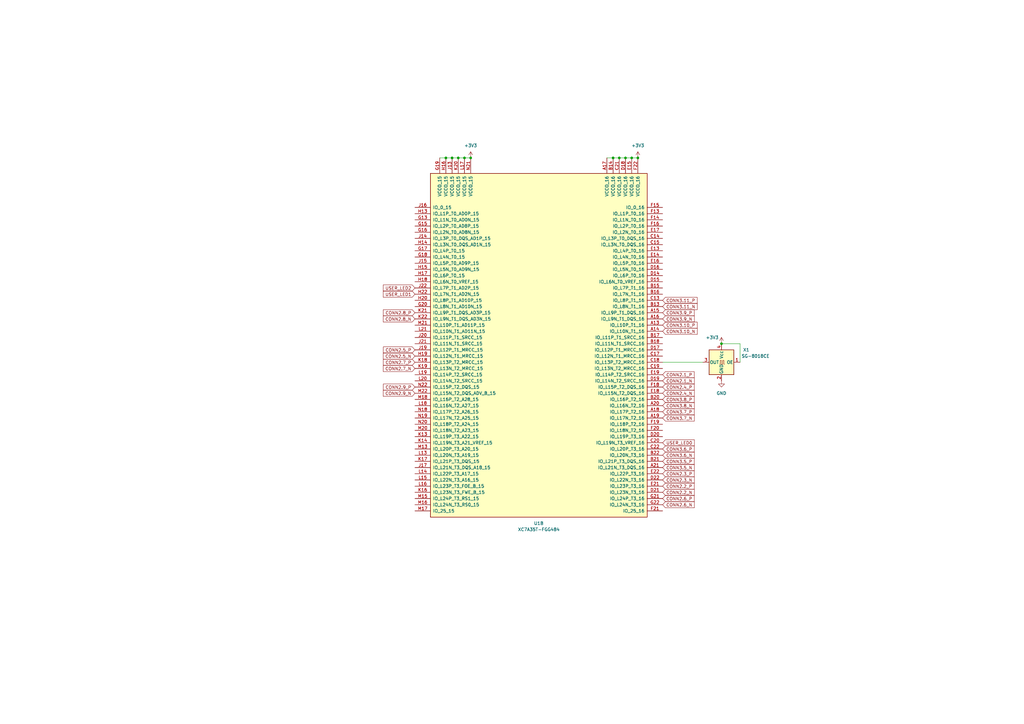
<source format=kicad_sch>
(kicad_sch (version 20230121) (generator eeschema)
  (paper "A3")
  (lib_symbols
    (symbol "FPGA_Xilinx_Artix7:XC7A35T-FGG484" (pin_names (offset 1.016))
      (property "Reference" "U" (at 0 1.27 0))
      (property "Value" "XC7A35T-FGG484" (at 0 -1.27 0))
      (symbol "XC7A35T-FGG484_1_1"
        (rectangle (start -44.45 67.31) (end 44.45 -73.66) (stroke (width 0.254)) (fill (type background)))
        (pin power_in line (at -40.64 73.66 270) (length 6.35) (name "VCCO_13") (number "AA17"))
        (pin bidirectional line (at 50.8 -30.48 180) (length 6.35) (name "IO_L17P_T2_A14_D30_14") (number "AA18"))
        (pin bidirectional line (at 50.8 -20.32 180) (length 6.35) (name "IO_L15P_T2_DQS_RDWR_B_14") (number "AA19"))
        (pin bidirectional line (at 50.8 15.24 180) (length 6.35) (name "IO_L8P_T1_D11_14") (number "AA20"))
        (pin bidirectional line (at 50.8 12.7 180) (length 6.35) (name "IO_L8N_T1_D12_14") (number "AA21"))
        (pin power_in line (at -38.1 73.66 270) (length 6.35) (name "VCCO_13") (number "AB14"))
        (pin bidirectional line (at 50.8 -33.02 180) (length 6.35) (name "IO_L17N_T2_A13_D29_14") (number "AB18"))
        (pin bidirectional line (at 50.8 -22.86 180) (length 6.35) (name "IO_L15N_T2_DQS_DOUT_CSO_B_14") (number "AB20"))
        (pin bidirectional line (at 50.8 5.08 180) (length 6.35) (name "IO_L10P_T1_D14_14") (number "AB21"))
        (pin bidirectional line (at 50.8 2.54 180) (length 6.35) (name "IO_L10N_T1_D15_14") (number "AB22"))
        (pin power_in line (at 27.94 73.66 270) (length 6.35) (name "VCCO_14") (number "M14"))
        (pin bidirectional line (at 50.8 -60.96 180) (length 6.35) (name "IO_L23P_T3_A03_D19_14") (number "N13"))
        (pin bidirectional line (at 50.8 -63.5 180) (length 6.35) (name "IO_L23N_T3_A02_D18_14") (number "N14"))
        (pin bidirectional line (at 50.8 -71.12 180) (length 6.35) (name "IO_25_14") (number "N15"))
        (pin bidirectional line (at 50.8 -50.8 180) (length 6.35) (name "IO_L21P_T3_DQS_14") (number "N17"))
        (pin bidirectional line (at 50.8 -40.64 180) (length 6.35) (name "IO_L19P_T3_A10_D26_14") (number "P14"))
        (pin bidirectional line (at 50.8 -55.88 180) (length 6.35) (name "IO_L22P_T3_A05_D21_14") (number "P15"))
        (pin bidirectional line (at 50.8 -66.04 180) (length 6.35) (name "IO_L24P_T3_A01_D17_14") (number "P16"))
        (pin bidirectional line (at 50.8 -53.34 180) (length 6.35) (name "IO_L21N_T3_DQS_A06_D22_14") (number "P17"))
        (pin power_in line (at 30.48 73.66 270) (length 6.35) (name "VCCO_14") (number "P18"))
        (pin bidirectional line (at 50.8 30.48 180) (length 6.35) (name "IO_L5P_T0_D06_14") (number "P19"))
        (pin bidirectional line (at 50.8 53.34 180) (length 6.35) (name "IO_0_14") (number "P20"))
        (pin bidirectional line (at 50.8 45.72 180) (length 6.35) (name "IO_L2P_T0_D02_14") (number "P21"))
        (pin bidirectional line (at 50.8 50.8 180) (length 6.35) (name "IO_L1P_T0_D00_MOSI_14") (number "P22"))
        (pin bidirectional line (at 50.8 -43.18 180) (length 6.35) (name "IO_L19N_T3_A09_D25_VREF_14") (number "R14"))
        (pin power_in line (at 33.02 73.66 270) (length 6.35) (name "VCCO_14") (number "R15"))
        (pin bidirectional line (at 50.8 -58.42 180) (length 6.35) (name "IO_L22N_T3_A04_D20_14") (number "R16"))
        (pin bidirectional line (at 50.8 -68.58 180) (length 6.35) (name "IO_L24N_T3_A00_D16_14") (number "R17"))
        (pin bidirectional line (at 50.8 -45.72 180) (length 6.35) (name "IO_L20P_T3_A08_D24_14") (number "R18"))
        (pin bidirectional line (at 50.8 27.94 180) (length 6.35) (name "IO_L5N_T0_D07_14") (number "R19"))
        (pin bidirectional line (at 50.8 43.18 180) (length 6.35) (name "IO_L2N_T0_D03_14") (number "R21"))
        (pin bidirectional line (at 50.8 48.26 180) (length 6.35) (name "IO_L1N_T0_D01_DIN_14") (number "R22"))
        (pin bidirectional line (at 50.8 -48.26 180) (length 6.35) (name "IO_L20N_T3_A07_D23_14") (number "T18"))
        (pin bidirectional line (at 50.8 25.4 180) (length 6.35) (name "IO_L6P_T0_FCS_B_14") (number "T19"))
        (pin bidirectional line (at 50.8 22.86 180) (length 6.35) (name "IO_L6N_T0_D08_VREF_14") (number "T20"))
        (pin bidirectional line (at 50.8 35.56 180) (length 6.35) (name "IO_L4P_T0_D04_14") (number "T21"))
        (pin power_in line (at 35.56 73.66 270) (length 6.35) (name "VCCO_14") (number "T22"))
        (pin bidirectional line (at 50.8 -35.56 180) (length 6.35) (name "IO_L18P_T2_A12_D28_14") (number "U17"))
        (pin bidirectional line (at 50.8 -38.1 180) (length 6.35) (name "IO_L18N_T2_A11_D27_14") (number "U18"))
        (pin power_in line (at 38.1 73.66 270) (length 6.35) (name "VCCO_14") (number "U19"))
        (pin bidirectional line (at 50.8 0 180) (length 6.35) (name "IO_L11P_T1_SRCC_14") (number "U20"))
        (pin bidirectional line (at 50.8 33.02 180) (length 6.35) (name "IO_L4N_T0_D05_14") (number "U21"))
        (pin bidirectional line (at 50.8 40.64 180) (length 6.35) (name "IO_L3P_T0_DQS_PUDC_B_14") (number "U22"))
        (pin power_in line (at -35.56 73.66 270) (length 6.35) (name "VCCO_13") (number "V16"))
        (pin bidirectional line (at 50.8 -25.4 180) (length 6.35) (name "IO_L16P_T2_CSI_B_14") (number "V17"))
        (pin bidirectional line (at 50.8 -15.24 180) (length 6.35) (name "IO_L14P_T2_SRCC_14") (number "V18"))
        (pin bidirectional line (at 50.8 -17.78 180) (length 6.35) (name "IO_L14N_T2_SRCC_14") (number "V19"))
        (pin bidirectional line (at 50.8 -2.54 180) (length 6.35) (name "IO_L11N_T1_SRCC_14") (number "V20"))
        (pin bidirectional line (at 50.8 38.1 180) (length 6.35) (name "IO_L3N_T0_DQS_EMCCLK_14") (number "V22"))
        (pin power_in line (at -33.02 73.66 270) (length 6.35) (name "VCCO_13") (number "W13"))
        (pin bidirectional line (at 50.8 -27.94 180) (length 6.35) (name "IO_L16N_T2_A15_D31_14") (number "W17"))
        (pin bidirectional line (at 50.8 -5.08 180) (length 6.35) (name "IO_L12P_T1_MRCC_14") (number "W19"))
        (pin bidirectional line (at 50.8 -7.62 180) (length 6.35) (name "IO_L12N_T1_MRCC_14") (number "W20"))
        (pin bidirectional line (at 50.8 20.32 180) (length 6.35) (name "IO_L7P_T1_D09_14") (number "W21"))
        (pin bidirectional line (at 50.8 17.78 180) (length 6.35) (name "IO_L7N_T1_D10_14") (number "W22"))
        (pin power_in line (at -30.48 73.66 270) (length 6.35) (name "VCCO_13") (number "Y10"))
        (pin bidirectional line (at 50.8 -10.16 180) (length 6.35) (name "IO_L13P_T2_MRCC_14") (number "Y18"))
        (pin bidirectional line (at 50.8 -12.7 180) (length 6.35) (name "IO_L13N_T2_MRCC_14") (number "Y19"))
        (pin power_in line (at 40.64 73.66 270) (length 6.35) (name "VCCO_14") (number "Y20"))
        (pin bidirectional line (at 50.8 10.16 180) (length 6.35) (name "IO_L9P_T1_DQS_14") (number "Y21"))
        (pin bidirectional line (at 50.8 7.62 180) (length 6.35) (name "IO_L9N_T1_DQS_D13_14") (number "Y22"))
      )
      (symbol "XC7A35T-FGG484_2_1"
        (rectangle (start -44.45 67.31) (end 44.45 -73.66) (stroke (width 0.254)) (fill (type background)))
        (pin bidirectional line (at 50.8 5.08 180) (length 6.35) (name "IO_L10P_T1_16") (number "A13"))
        (pin bidirectional line (at 50.8 2.54 180) (length 6.35) (name "IO_L10N_T1_16") (number "A14"))
        (pin bidirectional line (at 50.8 10.16 180) (length 6.35) (name "IO_L9P_T1_DQS_16") (number "A15"))
        (pin bidirectional line (at 50.8 7.62 180) (length 6.35) (name "IO_L9N_T1_DQS_16") (number "A16"))
        (pin power_in line (at 27.94 73.66 270) (length 6.35) (name "VCCO_16") (number "A17"))
        (pin bidirectional line (at 50.8 -30.48 180) (length 6.35) (name "IO_L17P_T2_16") (number "A18"))
        (pin bidirectional line (at 50.8 -33.02 180) (length 6.35) (name "IO_L17N_T2_16") (number "A19"))
        (pin bidirectional line (at 50.8 -27.94 180) (length 6.35) (name "IO_L16N_T2_16") (number "A20"))
        (pin bidirectional line (at 50.8 -53.34 180) (length 6.35) (name "IO_L21N_T3_DQS_16") (number "A21"))
        (pin bidirectional line (at 50.8 12.7 180) (length 6.35) (name "IO_L8N_T1_16") (number "B13"))
        (pin power_in line (at 30.48 73.66 270) (length 6.35) (name "VCCO_16") (number "B14"))
        (pin bidirectional line (at 50.8 20.32 180) (length 6.35) (name "IO_L7P_T1_16") (number "B15"))
        (pin bidirectional line (at 50.8 17.78 180) (length 6.35) (name "IO_L7N_T1_16") (number "B16"))
        (pin bidirectional line (at 50.8 0 180) (length 6.35) (name "IO_L11P_T1_SRCC_16") (number "B17"))
        (pin bidirectional line (at 50.8 -2.54 180) (length 6.35) (name "IO_L11N_T1_SRCC_16") (number "B18"))
        (pin bidirectional line (at 50.8 -25.4 180) (length 6.35) (name "IO_L16P_T2_16") (number "B20"))
        (pin bidirectional line (at 50.8 -50.8 180) (length 6.35) (name "IO_L21P_T3_DQS_16") (number "B21"))
        (pin bidirectional line (at 50.8 -48.26 180) (length 6.35) (name "IO_L20N_T3_16") (number "B22"))
        (pin bidirectional line (at 50.8 15.24 180) (length 6.35) (name "IO_L8P_T1_16") (number "C13"))
        (pin bidirectional line (at 50.8 40.64 180) (length 6.35) (name "IO_L3P_T0_DQS_16") (number "C14"))
        (pin bidirectional line (at 50.8 38.1 180) (length 6.35) (name "IO_L3N_T0_DQS_16") (number "C15"))
        (pin bidirectional line (at 50.8 -7.62 180) (length 6.35) (name "IO_L12N_T1_MRCC_16") (number "C17"))
        (pin bidirectional line (at 50.8 -10.16 180) (length 6.35) (name "IO_L13P_T2_MRCC_16") (number "C18"))
        (pin bidirectional line (at 50.8 -12.7 180) (length 6.35) (name "IO_L13N_T2_MRCC_16") (number "C19"))
        (pin bidirectional line (at 50.8 -43.18 180) (length 6.35) (name "IO_L19N_T3_VREF_16") (number "C20"))
        (pin power_in line (at 33.02 73.66 270) (length 6.35) (name "VCCO_16") (number "C21"))
        (pin bidirectional line (at 50.8 -45.72 180) (length 6.35) (name "IO_L20P_T3_16") (number "C22"))
        (pin bidirectional line (at 50.8 25.4 180) (length 6.35) (name "IO_L6P_T0_16") (number "D14"))
        (pin bidirectional line (at 50.8 22.86 180) (length 6.35) (name "IO_L6N_T0_VREF_16") (number "D15"))
        (pin bidirectional line (at 50.8 27.94 180) (length 6.35) (name "IO_L5N_T0_16") (number "D16"))
        (pin bidirectional line (at 50.8 -5.08 180) (length 6.35) (name "IO_L12P_T1_MRCC_16") (number "D17"))
        (pin power_in line (at 35.56 73.66 270) (length 6.35) (name "VCCO_16") (number "D18"))
        (pin bidirectional line (at 50.8 -17.78 180) (length 6.35) (name "IO_L14N_T2_SRCC_16") (number "D19"))
        (pin bidirectional line (at 50.8 -40.64 180) (length 6.35) (name "IO_L19P_T3_16") (number "D20"))
        (pin bidirectional line (at 50.8 -63.5 180) (length 6.35) (name "IO_L23N_T3_16") (number "D21"))
        (pin bidirectional line (at 50.8 -58.42 180) (length 6.35) (name "IO_L22N_T3_16") (number "D22"))
        (pin bidirectional line (at 50.8 35.56 180) (length 6.35) (name "IO_L4P_T0_16") (number "E13"))
        (pin bidirectional line (at 50.8 33.02 180) (length 6.35) (name "IO_L4N_T0_16") (number "E14"))
        (pin power_in line (at 38.1 73.66 270) (length 6.35) (name "VCCO_16") (number "E15"))
        (pin bidirectional line (at 50.8 30.48 180) (length 6.35) (name "IO_L5P_T0_16") (number "E16"))
        (pin bidirectional line (at 50.8 43.18 180) (length 6.35) (name "IO_L2N_T0_16") (number "E17"))
        (pin bidirectional line (at 50.8 -22.86 180) (length 6.35) (name "IO_L15N_T2_DQS_16") (number "E18"))
        (pin bidirectional line (at 50.8 -15.24 180) (length 6.35) (name "IO_L14P_T2_SRCC_16") (number "E19"))
        (pin bidirectional line (at 50.8 -60.96 180) (length 6.35) (name "IO_L23P_T3_16") (number "E21"))
        (pin bidirectional line (at 50.8 -55.88 180) (length 6.35) (name "IO_L22P_T3_16") (number "E22"))
        (pin bidirectional line (at 50.8 50.8 180) (length 6.35) (name "IO_L1P_T0_16") (number "F13"))
        (pin bidirectional line (at 50.8 48.26 180) (length 6.35) (name "IO_L1N_T0_16") (number "F14"))
        (pin bidirectional line (at 50.8 53.34 180) (length 6.35) (name "IO_0_16") (number "F15"))
        (pin bidirectional line (at 50.8 45.72 180) (length 6.35) (name "IO_L2P_T0_16") (number "F16"))
        (pin bidirectional line (at 50.8 -20.32 180) (length 6.35) (name "IO_L15P_T2_DQS_16") (number "F18"))
        (pin bidirectional line (at 50.8 -35.56 180) (length 6.35) (name "IO_L18P_T2_16") (number "F19"))
        (pin bidirectional line (at 50.8 -38.1 180) (length 6.35) (name "IO_L18N_T2_16") (number "F20"))
        (pin bidirectional line (at 50.8 -71.12 180) (length 6.35) (name "IO_25_16") (number "F21"))
        (pin power_in line (at 40.64 73.66 270) (length 6.35) (name "VCCO_16") (number "F22"))
        (pin bidirectional line (at -50.8 48.26 0) (length 6.35) (name "IO_L1N_T0_AD0N_15") (number "G13"))
        (pin bidirectional line (at -50.8 45.72 0) (length 6.35) (name "IO_L2P_T0_AD8P_15") (number "G15"))
        (pin bidirectional line (at -50.8 43.18 0) (length 6.35) (name "IO_L2N_T0_AD8N_15") (number "G16"))
        (pin bidirectional line (at -50.8 35.56 0) (length 6.35) (name "IO_L4P_T0_15") (number "G17"))
        (pin bidirectional line (at -50.8 33.02 0) (length 6.35) (name "IO_L4N_T0_15") (number "G18"))
        (pin power_in line (at -40.64 73.66 270) (length 6.35) (name "VCCO_15") (number "G19"))
        (pin bidirectional line (at -50.8 12.7 0) (length 6.35) (name "IO_L8N_T1_AD10N_15") (number "G20"))
        (pin bidirectional line (at 50.8 -66.04 180) (length 6.35) (name "IO_L24P_T3_16") (number "G21"))
        (pin bidirectional line (at 50.8 -68.58 180) (length 6.35) (name "IO_L24N_T3_16") (number "G22"))
        (pin bidirectional line (at -50.8 50.8 0) (length 6.35) (name "IO_L1P_T0_AD0P_15") (number "H13"))
        (pin bidirectional line (at -50.8 38.1 0) (length 6.35) (name "IO_L3N_T0_DQS_AD1N_15") (number "H14"))
        (pin bidirectional line (at -50.8 27.94 0) (length 6.35) (name "IO_L5N_T0_AD9N_15") (number "H15"))
        (pin power_in line (at -38.1 73.66 270) (length 6.35) (name "VCCO_15") (number "H16"))
        (pin bidirectional line (at -50.8 25.4 0) (length 6.35) (name "IO_L6P_T0_15") (number "H17"))
        (pin bidirectional line (at -50.8 22.86 0) (length 6.35) (name "IO_L6N_T0_VREF_15") (number "H18"))
        (pin bidirectional line (at -50.8 -7.62 0) (length 6.35) (name "IO_L12N_T1_MRCC_15") (number "H19"))
        (pin bidirectional line (at -50.8 15.24 0) (length 6.35) (name "IO_L8P_T1_AD10P_15") (number "H20"))
        (pin bidirectional line (at -50.8 17.78 0) (length 6.35) (name "IO_L7N_T1_AD2N_15") (number "H22"))
        (pin power_in line (at -35.56 73.66 270) (length 6.35) (name "VCCO_15") (number "J13"))
        (pin bidirectional line (at -50.8 40.64 0) (length 6.35) (name "IO_L3P_T0_DQS_AD1P_15") (number "J14"))
        (pin bidirectional line (at -50.8 30.48 0) (length 6.35) (name "IO_L5P_T0_AD9P_15") (number "J15"))
        (pin bidirectional line (at -50.8 53.34 0) (length 6.35) (name "IO_0_15") (number "J16"))
        (pin bidirectional line (at -50.8 -53.34 0) (length 6.35) (name "IO_L21N_T3_DQS_A18_15") (number "J17"))
        (pin bidirectional line (at -50.8 -5.08 0) (length 6.35) (name "IO_L12P_T1_MRCC_15") (number "J19"))
        (pin bidirectional line (at -50.8 0 0) (length 6.35) (name "IO_L11P_T1_SRCC_15") (number "J20"))
        (pin bidirectional line (at -50.8 -2.54 0) (length 6.35) (name "IO_L11N_T1_SRCC_15") (number "J21"))
        (pin bidirectional line (at -50.8 20.32 0) (length 6.35) (name "IO_L7P_T1_AD2P_15") (number "J22"))
        (pin bidirectional line (at -50.8 -40.64 0) (length 6.35) (name "IO_L19P_T3_A22_15") (number "K13"))
        (pin bidirectional line (at -50.8 -43.18 0) (length 6.35) (name "IO_L19N_T3_A21_VREF_15") (number "K14"))
        (pin bidirectional line (at -50.8 -63.5 0) (length 6.35) (name "IO_L23N_T3_FWE_B_15") (number "K16"))
        (pin bidirectional line (at -50.8 -50.8 0) (length 6.35) (name "IO_L21P_T3_DQS_15") (number "K17"))
        (pin bidirectional line (at -50.8 -10.16 0) (length 6.35) (name "IO_L13P_T2_MRCC_15") (number "K18"))
        (pin bidirectional line (at -50.8 -12.7 0) (length 6.35) (name "IO_L13N_T2_MRCC_15") (number "K19"))
        (pin power_in line (at -33.02 73.66 270) (length 6.35) (name "VCCO_15") (number "K20"))
        (pin bidirectional line (at -50.8 10.16 0) (length 6.35) (name "IO_L9P_T1_DQS_AD3P_15") (number "K21"))
        (pin bidirectional line (at -50.8 7.62 0) (length 6.35) (name "IO_L9N_T1_DQS_AD3N_15") (number "K22"))
        (pin bidirectional line (at -50.8 -48.26 0) (length 6.35) (name "IO_L20N_T3_A19_15") (number "L13"))
        (pin bidirectional line (at -50.8 -55.88 0) (length 6.35) (name "IO_L22P_T3_A17_15") (number "L14"))
        (pin bidirectional line (at -50.8 -58.42 0) (length 6.35) (name "IO_L22N_T3_A16_15") (number "L15"))
        (pin bidirectional line (at -50.8 -60.96 0) (length 6.35) (name "IO_L23P_T3_FOE_B_15") (number "L16"))
        (pin power_in line (at -30.48 73.66 270) (length 6.35) (name "VCCO_15") (number "L17"))
        (pin bidirectional line (at -50.8 -27.94 0) (length 6.35) (name "IO_L16N_T2_A27_15") (number "L18"))
        (pin bidirectional line (at -50.8 -15.24 0) (length 6.35) (name "IO_L14P_T2_SRCC_15") (number "L19"))
        (pin bidirectional line (at -50.8 -17.78 0) (length 6.35) (name "IO_L14N_T2_SRCC_15") (number "L20"))
        (pin bidirectional line (at -50.8 2.54 0) (length 6.35) (name "IO_L10N_T1_AD11N_15") (number "L21"))
        (pin bidirectional line (at -50.8 -45.72 0) (length 6.35) (name "IO_L20P_T3_A20_15") (number "M13"))
        (pin bidirectional line (at -50.8 -66.04 0) (length 6.35) (name "IO_L24P_T3_RS1_15") (number "M15"))
        (pin bidirectional line (at -50.8 -68.58 0) (length 6.35) (name "IO_L24N_T3_RS0_15") (number "M16"))
        (pin bidirectional line (at -50.8 -71.12 0) (length 6.35) (name "IO_25_15") (number "M17"))
        (pin bidirectional line (at -50.8 -25.4 0) (length 6.35) (name "IO_L16P_T2_A28_15") (number "M18"))
        (pin bidirectional line (at -50.8 -38.1 0) (length 6.35) (name "IO_L18N_T2_A23_15") (number "M20"))
        (pin bidirectional line (at -50.8 5.08 0) (length 6.35) (name "IO_L10P_T1_AD11P_15") (number "M21"))
        (pin bidirectional line (at -50.8 -22.86 0) (length 6.35) (name "IO_L15N_T2_DQS_ADV_B_15") (number "M22"))
        (pin bidirectional line (at -50.8 -30.48 0) (length 6.35) (name "IO_L17P_T2_A26_15") (number "N18"))
        (pin bidirectional line (at -50.8 -33.02 0) (length 6.35) (name "IO_L17N_T2_A25_15") (number "N19"))
        (pin bidirectional line (at -50.8 -35.56 0) (length 6.35) (name "IO_L18P_T2_A24_15") (number "N20"))
        (pin power_in line (at -27.94 73.66 270) (length 6.35) (name "VCCO_15") (number "N21"))
        (pin bidirectional line (at -50.8 -20.32 0) (length 6.35) (name "IO_L15P_T2_DQS_15") (number "N22"))
      )
      (symbol "XC7A35T-FGG484_3_1"
        (rectangle (start -44.45 67.31) (end 44.45 -73.66) (stroke (width 0.254)) (fill (type background)))
        (pin bidirectional line (at 50.8 48.26 180) (length 6.35) (name "IO_L1N_T0_AD4N_35") (number "A1"))
        (pin bidirectional line (at -50.8 20.32 0) (length 6.35) (name "IO_L7P_T1_34") (number "AA1"))
        (pin bidirectional line (at -50.8 7.62 0) (length 6.35) (name "IO_L9N_T1_DQS_34") (number "AA3"))
        (pin bidirectional line (at -50.8 -2.54 0) (length 6.35) (name "IO_L11N_T1_SRCC_34") (number "AA4"))
        (pin bidirectional line (at -50.8 5.08 0) (length 6.35) (name "IO_L10P_T1_34") (number "AA5"))
        (pin bidirectional line (at -50.8 -38.1 0) (length 6.35) (name "IO_L18N_T2_34") (number "AA6"))
        (pin power_in line (at -40.64 73.66 270) (length 6.35) (name "VCCO_34") (number "AA7"))
        (pin bidirectional line (at -50.8 -55.88 0) (length 6.35) (name "IO_L22P_T3_34") (number "AA8"))
        (pin bidirectional line (at -50.8 17.78 0) (length 6.35) (name "IO_L7N_T1_34") (number "AB1"))
        (pin bidirectional line (at -50.8 12.7 0) (length 6.35) (name "IO_L8N_T1_34") (number "AB2"))
        (pin bidirectional line (at -50.8 15.24 0) (length 6.35) (name "IO_L8P_T1_34") (number "AB3"))
        (pin power_in line (at -38.1 73.66 270) (length 6.35) (name "VCCO_34") (number "AB4"))
        (pin bidirectional line (at -50.8 2.54 0) (length 6.35) (name "IO_L10N_T1_34") (number "AB5"))
        (pin bidirectional line (at -50.8 -48.26 0) (length 6.35) (name "IO_L20N_T3_34") (number "AB6"))
        (pin bidirectional line (at -50.8 -45.72 0) (length 6.35) (name "IO_L20P_T3_34") (number "AB7"))
        (pin bidirectional line (at -50.8 -58.42 0) (length 6.35) (name "IO_L22N_T3_34") (number "AB8"))
        (pin bidirectional line (at 50.8 50.8 180) (length 6.35) (name "IO_L1P_T0_AD4P_35") (number "B1"))
        (pin bidirectional line (at 50.8 43.18 180) (length 6.35) (name "IO_L2N_T0_AD12N_35") (number "B2"))
        (pin power_in line (at 27.94 73.66 270) (length 6.35) (name "VCCO_35") (number "C1"))
        (pin bidirectional line (at 50.8 45.72 180) (length 6.35) (name "IO_L2P_T0_AD12P_35") (number "C2"))
        (pin bidirectional line (at 50.8 38.1 180) (length 6.35) (name "IO_L3N_T0_DQS_AD5N_35") (number "D1"))
        (pin bidirectional line (at 50.8 33.02 180) (length 6.35) (name "IO_L4N_T0_35") (number "D2"))
        (pin bidirectional line (at 50.8 40.64 180) (length 6.35) (name "IO_L3P_T0_DQS_AD5P_35") (number "E1"))
        (pin bidirectional line (at 50.8 35.56 180) (length 6.35) (name "IO_L4P_T0_35") (number "E2"))
        (pin bidirectional line (at 50.8 22.86 180) (length 6.35) (name "IO_L6N_T0_VREF_35") (number "E3"))
        (pin bidirectional line (at 50.8 27.94 180) (length 6.35) (name "IO_L5N_T0_AD13N_35") (number "F1"))
        (pin power_in line (at 30.48 73.66 270) (length 6.35) (name "VCCO_35") (number "F2"))
        (pin bidirectional line (at 50.8 25.4 180) (length 6.35) (name "IO_L6P_T0_35") (number "F3"))
        (pin bidirectional line (at 50.8 53.34 180) (length 6.35) (name "IO_0_35") (number "F4"))
        (pin bidirectional line (at 50.8 30.48 180) (length 6.35) (name "IO_L5P_T0_AD13P_35") (number "G1"))
        (pin bidirectional line (at 50.8 12.7 180) (length 6.35) (name "IO_L8N_T1_AD14N_35") (number "G2"))
        (pin bidirectional line (at 50.8 -2.54 180) (length 6.35) (name "IO_L11N_T1_SRCC_35") (number "G3"))
        (pin bidirectional line (at 50.8 -7.62 180) (length 6.35) (name "IO_L12N_T1_MRCC_35") (number "G4"))
        (pin bidirectional line (at 50.8 15.24 180) (length 6.35) (name "IO_L8P_T1_AD14P_35") (number "H2"))
        (pin bidirectional line (at 50.8 0 180) (length 6.35) (name "IO_L11P_T1_SRCC_35") (number "H3"))
        (pin bidirectional line (at 50.8 -5.08 180) (length 6.35) (name "IO_L12P_T1_MRCC_35") (number "H4"))
        (pin bidirectional line (at 50.8 2.54 180) (length 6.35) (name "IO_L10N_T1_AD15N_35") (number "H5"))
        (pin power_in line (at 33.02 73.66 270) (length 6.35) (name "VCCO_35") (number "H6"))
        (pin bidirectional line (at 50.8 17.78 180) (length 6.35) (name "IO_L7N_T1_AD6N_35") (number "J1"))
        (pin bidirectional line (at 50.8 7.62 180) (length 6.35) (name "IO_L9N_T1_DQS_AD7N_35") (number "J2"))
        (pin power_in line (at 35.56 73.66 270) (length 6.35) (name "VCCO_35") (number "J3"))
        (pin bidirectional line (at 50.8 -12.7 180) (length 6.35) (name "IO_L13N_T2_MRCC_35") (number "J4"))
        (pin bidirectional line (at 50.8 5.08 180) (length 6.35) (name "IO_L10P_T1_AD15P_35") (number "J5"))
        (pin bidirectional line (at 50.8 -33.02 180) (length 6.35) (name "IO_L17N_T2_35") (number "J6"))
        (pin bidirectional line (at 50.8 20.32 180) (length 6.35) (name "IO_L7P_T1_AD6P_35") (number "K1"))
        (pin bidirectional line (at 50.8 10.16 180) (length 6.35) (name "IO_L9P_T1_DQS_AD7P_35") (number "K2"))
        (pin bidirectional line (at 50.8 -17.78 180) (length 6.35) (name "IO_L14N_T2_SRCC_35") (number "K3"))
        (pin bidirectional line (at 50.8 -10.16 180) (length 6.35) (name "IO_L13P_T2_MRCC_35") (number "K4"))
        (pin bidirectional line (at 50.8 -30.48 180) (length 6.35) (name "IO_L17P_T2_35") (number "K6"))
        (pin bidirectional line (at 50.8 -22.86 180) (length 6.35) (name "IO_L15N_T2_DQS_35") (number "L1"))
        (pin bidirectional line (at 50.8 -15.24 180) (length 6.35) (name "IO_L14P_T2_SRCC_35") (number "L3"))
        (pin bidirectional line (at 50.8 -38.1 180) (length 6.35) (name "IO_L18N_T2_35") (number "L4"))
        (pin bidirectional line (at 50.8 -35.56 180) (length 6.35) (name "IO_L18P_T2_35") (number "L5"))
        (pin bidirectional line (at 50.8 -71.12 180) (length 6.35) (name "IO_25_35") (number "L6"))
        (pin bidirectional line (at 50.8 -20.32 180) (length 6.35) (name "IO_L15P_T2_DQS_35") (number "M1"))
        (pin bidirectional line (at 50.8 -27.94 180) (length 6.35) (name "IO_L16N_T2_35") (number "M2"))
        (pin bidirectional line (at 50.8 -25.4 180) (length 6.35) (name "IO_L16P_T2_35") (number "M3"))
        (pin power_in line (at 38.1 73.66 270) (length 6.35) (name "VCCO_35") (number "M4"))
        (pin bidirectional line (at 50.8 -63.5 180) (length 6.35) (name "IO_L23N_T3_35") (number "M5"))
        (pin bidirectional line (at 50.8 -60.96 180) (length 6.35) (name "IO_L23P_T3_35") (number "M6"))
        (pin power_in line (at 40.64 73.66 270) (length 6.35) (name "VCCO_35") (number "N1"))
        (pin bidirectional line (at 50.8 -58.42 180) (length 6.35) (name "IO_L22N_T3_35") (number "N2"))
        (pin bidirectional line (at 50.8 -43.18 180) (length 6.35) (name "IO_L19N_T3_VREF_35") (number "N3"))
        (pin bidirectional line (at 50.8 -40.64 180) (length 6.35) (name "IO_L19P_T3_35") (number "N4"))
        (pin bidirectional line (at 50.8 -68.58 180) (length 6.35) (name "IO_L24N_T3_35") (number "N5"))
        (pin bidirectional line (at 50.8 -48.26 180) (length 6.35) (name "IO_L20N_T3_35") (number "P1"))
        (pin bidirectional line (at 50.8 -55.88 180) (length 6.35) (name "IO_L22P_T3_35") (number "P2"))
        (pin bidirectional line (at 50.8 -53.34 180) (length 6.35) (name "IO_L21N_T3_DQS_35") (number "P4"))
        (pin bidirectional line (at 50.8 -50.8 180) (length 6.35) (name "IO_L21P_T3_DQS_35") (number "P5"))
        (pin bidirectional line (at 50.8 -66.04 180) (length 6.35) (name "IO_L24P_T3_35") (number "P6"))
        (pin bidirectional line (at 50.8 -45.72 180) (length 6.35) (name "IO_L20P_T3_35") (number "R1"))
        (pin bidirectional line (at -50.8 38.1 0) (length 6.35) (name "IO_L3N_T0_DQS_34") (number "R2"))
        (pin bidirectional line (at -50.8 40.64 0) (length 6.35) (name "IO_L3P_T0_DQS_34") (number "R3"))
        (pin bidirectional line (at -50.8 -10.16 0) (length 6.35) (name "IO_L13P_T2_MRCC_34") (number "R4"))
        (pin power_in line (at -35.56 73.66 270) (length 6.35) (name "VCCO_34") (number "R5"))
        (pin bidirectional line (at -50.8 -30.48 0) (length 6.35) (name "IO_L17P_T2_34") (number "R6"))
        (pin bidirectional line (at -50.8 50.8 0) (length 6.35) (name "IO_L1P_T0_34") (number "T1"))
        (pin power_in line (at -33.02 73.66 270) (length 6.35) (name "VCCO_34") (number "T2"))
        (pin bidirectional line (at -50.8 53.34 0) (length 6.35) (name "IO_0_34") (number "T3"))
        (pin bidirectional line (at -50.8 -12.7 0) (length 6.35) (name "IO_L13N_T2_MRCC_34") (number "T4"))
        (pin bidirectional line (at -50.8 -15.24 0) (length 6.35) (name "IO_L14P_T2_SRCC_34") (number "T5"))
        (pin bidirectional line (at -50.8 -33.02 0) (length 6.35) (name "IO_L17N_T2_34") (number "T6"))
        (pin bidirectional line (at -50.8 48.26 0) (length 6.35) (name "IO_L1N_T0_34") (number "U1"))
        (pin bidirectional line (at -50.8 45.72 0) (length 6.35) (name "IO_L2P_T0_34") (number "U2"))
        (pin bidirectional line (at -50.8 25.4 0) (length 6.35) (name "IO_L6P_T0_34") (number "U3"))
        (pin bidirectional line (at -50.8 -17.78 0) (length 6.35) (name "IO_L14N_T2_SRCC_34") (number "U5"))
        (pin bidirectional line (at -50.8 -25.4 0) (length 6.35) (name "IO_L16P_T2_34") (number "U6"))
        (pin bidirectional line (at -50.8 -71.12 0) (length 6.35) (name "IO_25_34") (number "U7"))
        (pin bidirectional line (at -50.8 43.18 0) (length 6.35) (name "IO_L2N_T0_34") (number "V2"))
        (pin bidirectional line (at -50.8 22.86 0) (length 6.35) (name "IO_L6N_T0_VREF_34") (number "V3"))
        (pin bidirectional line (at -50.8 -5.08 0) (length 6.35) (name "IO_L12P_T1_MRCC_34") (number "V4"))
        (pin bidirectional line (at -50.8 -27.94 0) (length 6.35) (name "IO_L16N_T2_34") (number "V5"))
        (pin power_in line (at -30.48 73.66 270) (length 6.35) (name "VCCO_34") (number "V6"))
        (pin bidirectional line (at -50.8 -40.64 0) (length 6.35) (name "IO_L19P_T3_34") (number "V7"))
        (pin bidirectional line (at -50.8 -53.34 0) (length 6.35) (name "IO_L21N_T3_DQS_34") (number "V8"))
        (pin bidirectional line (at -50.8 -50.8 0) (length 6.35) (name "IO_L21P_T3_DQS_34") (number "V9"))
        (pin bidirectional line (at -50.8 30.48 0) (length 6.35) (name "IO_L5P_T0_34") (number "W1"))
        (pin bidirectional line (at -50.8 35.56 0) (length 6.35) (name "IO_L4P_T0_34") (number "W2"))
        (pin power_in line (at -27.94 73.66 270) (length 6.35) (name "VCCO_34") (number "W3"))
        (pin bidirectional line (at -50.8 -7.62 0) (length 6.35) (name "IO_L12N_T1_MRCC_34") (number "W4"))
        (pin bidirectional line (at -50.8 -22.86 0) (length 6.35) (name "IO_L15N_T2_DQS_34") (number "W5"))
        (pin bidirectional line (at -50.8 -20.32 0) (length 6.35) (name "IO_L15P_T2_DQS_34") (number "W6"))
        (pin bidirectional line (at -50.8 -43.18 0) (length 6.35) (name "IO_L19N_T3_VREF_34") (number "W7"))
        (pin bidirectional line (at -50.8 -66.04 0) (length 6.35) (name "IO_L24P_T3_34") (number "W9"))
        (pin bidirectional line (at -50.8 27.94 0) (length 6.35) (name "IO_L5N_T0_34") (number "Y1"))
        (pin bidirectional line (at -50.8 33.02 0) (length 6.35) (name "IO_L4N_T0_34") (number "Y2"))
        (pin bidirectional line (at -50.8 10.16 0) (length 6.35) (name "IO_L9P_T1_DQS_34") (number "Y3"))
        (pin bidirectional line (at -50.8 0 0) (length 6.35) (name "IO_L11P_T1_SRCC_34") (number "Y4"))
        (pin bidirectional line (at -50.8 -35.56 0) (length 6.35) (name "IO_L18P_T2_34") (number "Y6"))
        (pin bidirectional line (at -50.8 -63.5 0) (length 6.35) (name "IO_L23N_T3_34") (number "Y7"))
        (pin bidirectional line (at -50.8 -60.96 0) (length 6.35) (name "IO_L23P_T3_34") (number "Y8"))
        (pin bidirectional line (at -50.8 -68.58 0) (length 6.35) (name "IO_L24N_T3_34") (number "Y9"))
      )
      (symbol "XC7A35T-FGG484_4_1"
        (rectangle (start -31.75 30.48) (end 31.75 -30.48) (stroke (width 0.254)) (fill (type background)))
        (pin bidirectional line (at -38.1 -7.62 0) (length 6.35) (name "MGTPRXN2_216") (number "A10"))
        (pin bidirectional line (at -38.1 25.4 0) (length 6.35) (name "MGTPTXN0_216") (number "A4"))
        (pin bidirectional line (at -38.1 15.24 0) (length 6.35) (name "MGTPTXN2_216") (number "A6"))
        (pin bidirectional line (at -38.1 2.54 0) (length 6.35) (name "MGTPRXN0_216") (number "A8"))
        (pin bidirectional line (at -38.1 -5.08 0) (length 6.35) (name "MGTPRXP2_216") (number "B10"))
        (pin bidirectional line (at -38.1 27.94 0) (length 6.35) (name "MGTPTXP0_216") (number "B4"))
        (pin bidirectional line (at -38.1 17.78 0) (length 6.35) (name "MGTPTXP2_216") (number "B6"))
        (pin bidirectional line (at -38.1 5.08 0) (length 6.35) (name "MGTPRXP0_216") (number "B8"))
        (pin bidirectional line (at -38.1 -2.54 0) (length 6.35) (name "MGTPRXN1_216") (number "C11"))
        (pin bidirectional line (at -38.1 20.32 0) (length 6.35) (name "MGTPTXN1_216") (number "C5"))
        (pin bidirectional line (at -38.1 10.16 0) (length 6.35) (name "MGTPTXN3_216") (number "C7"))
        (pin bidirectional line (at -38.1 -12.7 0) (length 6.35) (name "MGTPRXN3_216") (number "C9"))
        (pin bidirectional line (at -38.1 0 0) (length 6.35) (name "MGTPRXP1_216") (number "D11"))
        (pin bidirectional line (at -38.1 22.86 0) (length 6.35) (name "MGTPTXP1_216") (number "D5"))
        (pin bidirectional line (at -38.1 12.7 0) (length 6.35) (name "MGTPTXP3_216") (number "D7"))
        (pin bidirectional line (at -38.1 -10.16 0) (length 6.35) (name "MGTPRXP3_216") (number "D9"))
        (pin bidirectional line (at -38.1 -25.4 0) (length 6.35) (name "MGTREFCLK1N_216") (number "E10"))
        (pin bidirectional line (at -38.1 -20.32 0) (length 6.35) (name "MGTREFCLK0N_216") (number "E6"))
        (pin bidirectional line (at -38.1 -22.86 0) (length 6.35) (name "MGTREFCLK1P_216") (number "F10"))
        (pin bidirectional line (at -38.1 -17.78 0) (length 6.35) (name "MGTREFCLK0P_216") (number "F6"))
      )
      (symbol "XC7A35T-FGG484_5_1"
        (rectangle (start -31.75 12.7) (end 31.75 -12.7) (stroke (width 0.254)) (fill (type background)))
        (pin power_in line (at 38.1 2.54 180) (length 6.35) (name "MGTAVTT") (number "B11"))
        (pin power_in line (at 38.1 10.16 180) (length 6.35) (name "MGTAVTT") (number "B5"))
        (pin power_in line (at 38.1 7.62 180) (length 6.35) (name "MGTAVTT") (number "B7"))
        (pin power_in line (at 38.1 5.08 180) (length 6.35) (name "MGTAVTT") (number "B9"))
        (pin power_in line (at 38.1 0 180) (length 6.35) (name "MGTAVTT") (number "C4"))
        (pin power_in line (at 38.1 -2.54 180) (length 6.35) (name "MGTAVTT") (number "C8"))
        (pin power_in line (at -38.1 7.62 0) (length 6.35) (name "MGTAVCC") (number "D10"))
        (pin power_in line (at -38.1 10.16 0) (length 6.35) (name "MGTAVCC") (number "D6"))
        (pin power_in line (at -38.1 0 0) (length 6.35) (name "MGTAVCC") (number "E8"))
        (pin power_in line (at -38.1 5.08 0) (length 6.35) (name "MGTAVCC") (number "F7"))
        (pin power_in line (at 38.1 -7.62 180) (length 6.35) (name "MGTRREF_216") (number "F8"))
        (pin power_in line (at -38.1 2.54 0) (length 6.35) (name "MGTAVCC") (number "F9"))
      )
      (symbol "XC7A35T-FGG484_6_1"
        (rectangle (start -31.75 34.29) (end 31.75 -40.64) (stroke (width 0.254)) (fill (type background)))
        (pin power_in line (at 25.4 40.64 270) (length 6.35) (name "VCCO_0") (number "F12"))
        (pin bidirectional line (at 38.1 -5.08 180) (length 6.35) (name "DONE_0") (number "G11"))
        (pin bidirectional line (at 38.1 -20.32 180) (length 6.35) (name "VP_0") (number "L10"))
        (pin bidirectional line (at 38.1 7.62 180) (length 6.35) (name "CCLK_0") (number "L12"))
        (pin bidirectional line (at 38.1 -30.48 180) (length 6.35) (name "VREFN_0") (number "L9"))
        (pin bidirectional line (at 38.1 -27.94 180) (length 6.35) (name "VREFP_0") (number "M10"))
        (pin bidirectional line (at 38.1 -22.86 180) (length 6.35) (name "VN_0") (number "M9"))
        (pin bidirectional line (at 38.1 -35.56 180) (length 6.35) (name "DXP_0") (number "N10"))
        (pin bidirectional line (at 38.1 -10.16 180) (length 6.35) (name "PROGRAM_B_0") (number "N12"))
        (pin bidirectional line (at 38.1 -38.1 180) (length 6.35) (name "DXN_0") (number "N9"))
        (pin bidirectional line (at 38.1 20.32 180) (length 6.35) (name "TDI_0") (number "R13"))
        (pin power_in line (at 27.94 40.64 270) (length 6.35) (name "VCCO_0") (number "T12"))
        (pin bidirectional line (at 38.1 15.24 180) (length 6.35) (name "TMS_0") (number "T13"))
        (pin bidirectional line (at 38.1 2.54 180) (length 6.35) (name "M1_0") (number "U10"))
        (pin bidirectional line (at 38.1 5.08 180) (length 6.35) (name "M0_0") (number "U11"))
        (pin bidirectional line (at 38.1 -7.62 180) (length 6.35) (name "INIT_B_0") (number "U12"))
        (pin bidirectional line (at 38.1 17.78 180) (length 6.35) (name "TDO_0") (number "U13"))
        (pin bidirectional line (at 38.1 -15.24 180) (length 6.35) (name "CFGBVS_0") (number "U8"))
        (pin bidirectional line (at 38.1 0 180) (length 6.35) (name "M2_0") (number "U9"))
        (pin bidirectional line (at 38.1 12.7 180) (length 6.35) (name "TCK_0") (number "V12"))
      )
      (symbol "XC7A35T-FGG484_7_1"
        (rectangle (start -19.05 76.2) (end 19.05 -76.2) (stroke (width 0.254)) (fill (type background)))
        (pin power_in line (at -25.4 22.86 0) (length 6.35) (name "GND") (number "A11"))
        (pin power_in line (at -25.4 20.32 0) (length 6.35) (name "GND") (number "A12"))
        (pin power_in line (at -25.4 35.56 0) (length 6.35) (name "GND") (number "A2"))
        (pin power_in line (at -25.4 17.78 0) (length 6.35) (name "GND") (number "A22"))
        (pin power_in line (at -25.4 33.02 0) (length 6.35) (name "GND") (number "A3"))
        (pin power_in line (at -25.4 30.48 0) (length 6.35) (name "GND") (number "A5"))
        (pin power_in line (at -25.4 27.94 0) (length 6.35) (name "GND") (number "A7"))
        (pin power_in line (at -25.4 25.4 0) (length 6.35) (name "GND") (number "A9"))
        (pin power_in line (at 25.4 -66.04 180) (length 6.35) (name "GND") (number "AA12"))
        (pin power_in line (at 25.4 -63.5 180) (length 6.35) (name "GND") (number "AA2"))
        (pin power_in line (at 25.4 -68.58 180) (length 6.35) (name "GND") (number "AA22"))
        (pin power_in line (at 25.4 -73.66 180) (length 6.35) (name "GND") (number "AB19"))
        (pin power_in line (at 25.4 -71.12 180) (length 6.35) (name "GND") (number "AB9"))
        (pin power_in line (at -25.4 12.7 0) (length 6.35) (name "GND") (number "B12"))
        (pin power_in line (at -25.4 10.16 0) (length 6.35) (name "GND") (number "B19"))
        (pin power_in line (at -25.4 15.24 0) (length 6.35) (name "GND") (number "B3"))
        (pin power_in line (at -25.4 2.54 0) (length 6.35) (name "GND") (number "C10"))
        (pin power_in line (at -25.4 0 0) (length 6.35) (name "GND") (number "C12"))
        (pin power_in line (at -25.4 -2.54 0) (length 6.35) (name "GND") (number "C16"))
        (pin power_in line (at -25.4 7.62 0) (length 6.35) (name "GND") (number "C3"))
        (pin power_in line (at -25.4 5.08 0) (length 6.35) (name "GND") (number "C6"))
        (pin power_in line (at -25.4 -12.7 0) (length 6.35) (name "GND") (number "D12"))
        (pin power_in line (at -25.4 -15.24 0) (length 6.35) (name "GND") (number "D13"))
        (pin power_in line (at -25.4 -5.08 0) (length 6.35) (name "GND") (number "D3"))
        (pin power_in line (at -25.4 -7.62 0) (length 6.35) (name "GND") (number "D4"))
        (pin power_in line (at -25.4 -10.16 0) (length 6.35) (name "GND") (number "D8"))
        (pin power_in line (at -25.4 -27.94 0) (length 6.35) (name "GND") (number "E11"))
        (pin power_in line (at -25.4 53.34 0) (length 6.35) (name "VCCBATT_0") (number "E12"))
        (pin power_in line (at -25.4 -30.48 0) (length 6.35) (name "GND") (number "E20"))
        (pin power_in line (at -25.4 -17.78 0) (length 6.35) (name "GND") (number "E4"))
        (pin power_in line (at -25.4 -20.32 0) (length 6.35) (name "GND") (number "E5"))
        (pin power_in line (at -25.4 -22.86 0) (length 6.35) (name "GND") (number "E7"))
        (pin power_in line (at -25.4 -25.4 0) (length 6.35) (name "GND") (number "E9"))
        (pin power_in line (at -25.4 -35.56 0) (length 6.35) (name "GND") (number "F11"))
        (pin power_in line (at -25.4 -38.1 0) (length 6.35) (name "GND") (number "F17"))
        (pin power_in line (at -25.4 -33.02 0) (length 6.35) (name "GND") (number "F5"))
        (pin power_in line (at -25.4 -53.34 0) (length 6.35) (name "GND") (number "G10"))
        (pin power_in line (at -25.4 -55.88 0) (length 6.35) (name "GND") (number "G12"))
        (pin power_in line (at -25.4 -58.42 0) (length 6.35) (name "GND") (number "G14"))
        (pin power_in line (at -25.4 -40.64 0) (length 6.35) (name "GND") (number "G5"))
        (pin power_in line (at -25.4 -43.18 0) (length 6.35) (name "GND") (number "G6"))
        (pin power_in line (at -25.4 -45.72 0) (length 6.35) (name "GND") (number "G7"))
        (pin power_in line (at -25.4 -48.26 0) (length 6.35) (name "GND") (number "G8"))
        (pin power_in line (at -25.4 -50.8 0) (length 6.35) (name "GND") (number "G9"))
        (pin power_in line (at -25.4 -60.96 0) (length 6.35) (name "GND") (number "H1"))
        (pin power_in line (at 25.4 71.12 180) (length 6.35) (name "VCCINT") (number "H10"))
        (pin power_in line (at -25.4 -68.58 0) (length 6.35) (name "GND") (number "H11"))
        (pin power_in line (at -25.4 73.66 0) (length 6.35) (name "VCCAUX") (number "H12"))
        (pin power_in line (at -25.4 -71.12 0) (length 6.35) (name "GND") (number "H21"))
        (pin power_in line (at -25.4 -63.5 0) (length 6.35) (name "GND") (number "H7"))
        (pin power_in line (at 25.4 73.66 180) (length 6.35) (name "VCCINT") (number "H8"))
        (pin power_in line (at -25.4 -66.04 0) (length 6.35) (name "GND") (number "H9"))
        (pin power_in line (at 25.4 33.02 180) (length 6.35) (name "GND") (number "J10"))
        (pin power_in line (at -25.4 50.8 0) (length 6.35) (name "VCCBRAM") (number "J11"))
        (pin power_in line (at 25.4 30.48 180) (length 6.35) (name "GND") (number "J12"))
        (pin power_in line (at 25.4 27.94 180) (length 6.35) (name "GND") (number "J18"))
        (pin power_in line (at 25.4 68.58 180) (length 6.35) (name "VCCINT") (number "J7"))
        (pin power_in line (at -25.4 -73.66 0) (length 6.35) (name "GND") (number "J8"))
        (pin power_in line (at 25.4 66.04 180) (length 6.35) (name "VCCINT") (number "J9"))
        (pin power_in line (at -25.4 55.88 0) (length 6.35) (name "VCCADC_0") (number "K10"))
        (pin power_in line (at 25.4 20.32 180) (length 6.35) (name "GND") (number "K11"))
        (pin power_in line (at -25.4 71.12 0) (length 6.35) (name "VCCAUX") (number "K12"))
        (pin power_in line (at 25.4 17.78 180) (length 6.35) (name "GND") (number "K15"))
        (pin power_in line (at 25.4 25.4 180) (length 6.35) (name "GND") (number "K5"))
        (pin power_in line (at 25.4 22.86 180) (length 6.35) (name "GND") (number "K7"))
        (pin power_in line (at 25.4 63.5 180) (length 6.35) (name "VCCINT") (number "K8"))
        (pin power_in line (at -25.4 58.42 0) (length 6.35) (name "GNDADC_0") (number "K9"))
        (pin power_in line (at -25.4 48.26 0) (length 6.35) (name "VCCBRAM") (number "L11"))
        (pin power_in line (at 25.4 15.24 180) (length 6.35) (name "GND") (number "L2"))
        (pin power_in line (at 25.4 10.16 180) (length 6.35) (name "GND") (number "L22"))
        (pin power_in line (at 25.4 60.96 180) (length 6.35) (name "VCCINT") (number "L7"))
        (pin power_in line (at 25.4 12.7 180) (length 6.35) (name "GND") (number "L8"))
        (pin power_in line (at 25.4 5.08 180) (length 6.35) (name "GND") (number "M11"))
        (pin power_in line (at -25.4 68.58 0) (length 6.35) (name "VCCAUX") (number "M12"))
        (pin power_in line (at 25.4 2.54 180) (length 6.35) (name "GND") (number "M19"))
        (pin power_in line (at 25.4 7.62 180) (length 6.35) (name "GND") (number "M7"))
        (pin power_in line (at 25.4 58.42 180) (length 6.35) (name "VCCINT") (number "M8"))
        (pin power_in line (at -25.4 45.72 0) (length 6.35) (name "VCCBRAM") (number "N11"))
        (pin power_in line (at 25.4 -5.08 180) (length 6.35) (name "GND") (number "N16"))
        (pin power_in line (at 25.4 0 180) (length 6.35) (name "GND") (number "N6"))
        (pin power_in line (at 25.4 55.88 180) (length 6.35) (name "VCCINT") (number "N7"))
        (pin power_in line (at 25.4 -2.54 180) (length 6.35) (name "GND") (number "N8"))
        (pin power_in line (at 25.4 50.8 180) (length 6.35) (name "VCCINT") (number "P10"))
        (pin power_in line (at 25.4 -15.24 180) (length 6.35) (name "GND") (number "P11"))
        (pin power_in line (at -25.4 66.04 0) (length 6.35) (name "VCCAUX") (number "P12"))
        (pin power_in line (at 25.4 -17.78 180) (length 6.35) (name "GND") (number "P13"))
        (pin power_in line (at 25.4 -7.62 180) (length 6.35) (name "GND") (number "P3"))
        (pin power_in line (at 25.4 -10.16 180) (length 6.35) (name "GND") (number "P7"))
        (pin power_in line (at 25.4 53.34 180) (length 6.35) (name "VCCINT") (number "P8"))
        (pin power_in line (at 25.4 -12.7 180) (length 6.35) (name "GND") (number "P9"))
        (pin power_in line (at 25.4 -22.86 180) (length 6.35) (name "GND") (number "R10"))
        (pin power_in line (at -25.4 63.5 0) (length 6.35) (name "VCCAUX") (number "R11"))
        (pin power_in line (at 25.4 -25.4 180) (length 6.35) (name "GND") (number "R12"))
        (pin power_in line (at 25.4 -27.94 180) (length 6.35) (name "GND") (number "R20"))
        (pin power_in line (at 25.4 48.26 180) (length 6.35) (name "VCCINT") (number "R7"))
        (pin power_in line (at 25.4 -20.32 180) (length 6.35) (name "GND") (number "R8"))
        (pin power_in line (at 25.4 45.72 180) (length 6.35) (name "VCCINT") (number "R9"))
        (pin power_in line (at 25.4 40.64 180) (length 6.35) (name "VCCINT") (number "T10"))
        (pin power_in line (at 25.4 -35.56 180) (length 6.35) (name "GND") (number "T11"))
        (pin power_in line (at 25.4 -38.1 180) (length 6.35) (name "GND") (number "T17"))
        (pin power_in line (at 25.4 -30.48 180) (length 6.35) (name "GND") (number "T7"))
        (pin power_in line (at 25.4 43.18 180) (length 6.35) (name "VCCINT") (number "T8"))
        (pin power_in line (at 25.4 -33.02 180) (length 6.35) (name "GND") (number "T9"))
        (pin power_in line (at 25.4 -43.18 180) (length 6.35) (name "GND") (number "U14"))
        (pin power_in line (at 25.4 -40.64 180) (length 6.35) (name "GND") (number "U4"))
        (pin power_in line (at 25.4 -45.72 180) (length 6.35) (name "GND") (number "V1"))
        (pin power_in line (at 25.4 -48.26 180) (length 6.35) (name "GND") (number "V11"))
        (pin power_in line (at 25.4 -50.8 180) (length 6.35) (name "GND") (number "V21"))
        (pin power_in line (at 25.4 -55.88 180) (length 6.35) (name "GND") (number "W18"))
        (pin power_in line (at 25.4 -53.34 180) (length 6.35) (name "GND") (number "W8"))
        (pin power_in line (at 25.4 -60.96 180) (length 6.35) (name "GND") (number "Y15"))
        (pin power_in line (at 25.4 -58.42 180) (length 6.35) (name "GND") (number "Y5"))
      )
    )
    (symbol "Oscillator:SG-5032CCN" (pin_names (offset 0.254))
      (property "Reference" "X" (at -5.08 6.35 0))
      (property "Value" "SG-5032CCN" (at 1.27 -6.35 0))
      (symbol "SG-5032CCN_0_1"
        (rectangle (start -5.08 5.08) (end 5.08 -5.08) (stroke (width 0.254)) (fill (type background)))
        (polyline (pts (xy -1.27 -0.762) (xy -1.016 -0.762) (xy -1.016 0.762) (xy -0.508 0.762) (xy -0.508 -0.762) (xy 0 -0.762) (xy 0 0.762) (xy 0.508 0.762) (xy 0.508 -0.762) (xy 0.762 -0.762)))
      )
      (symbol "SG-5032CCN_1_1"
        (pin input line (at -7.62 0 0) (length 2.54) (name "OE") (number "1"))
        (pin power_in line (at 0 -7.62 90) (length 2.54) (name "GND") (number "2"))
        (pin output line (at 7.62 0 180) (length 2.54) (name "OUT") (number "3"))
        (pin power_in line (at 0 7.62 270) (length 2.54) (name "Vcc") (number "4"))
      )
    )
    (symbol "power:+3V3" (power) (pin_names (offset 0))
      (property "Value" "+3V3" (at 0 3.556 0))
      (symbol "+3V3_0_1"
        (polyline (pts (xy -0.762 1.27) (xy 0 2.54)))
        (polyline (pts (xy 0 0) (xy 0 2.54)))
        (polyline (pts (xy 0 2.54) (xy 0.762 1.27)))
      )
      (symbol "+3V3_1_1"
        (pin power_in line (at 0 0 90) (length 0) hide (name "+3V3") (number "1"))
      )
    )
    (symbol "power:GND" (power) (pin_names (offset 0))
      (property "Value" "GND" (at 0 -3.81 0))
      (symbol "GND_0_1"
        (polyline (pts (xy 0 0) (xy 0 -1.27) (xy 1.27 -1.27) (xy 0 -2.54) (xy -1.27 -1.27) (xy 0 -1.27)))
      )
      (symbol "GND_1_1"
        (pin power_in line (at 0 0 270) (length 0) hide (name "GND") (number "1"))
      )
    )
  )
  (junction (at 190.5 64.77))
  (junction (at 295.91 140.97))
  (junction (at 193.04 64.77))
  (junction (at 256.54 64.77))
  (junction (at 261.62 64.77))
  (junction (at 254 64.77))
  (junction (at 185.42 64.77))
  (junction (at 251.46 64.77))
  (junction (at 259.08 64.77))
  (junction (at 187.96 64.77))
  (junction (at 182.88 64.77))
  (wire (pts (xy 254 64.77) (xy 256.54 64.77)))
  (wire (pts (xy 190.5 64.77) (xy 193.04 64.77)))
  (wire (pts (xy 248.92 64.77) (xy 251.46 64.77)))
  (wire (pts (xy 259.08 64.77) (xy 261.62 64.77)))
  (wire (pts (xy 187.96 64.77) (xy 190.5 64.77)))
  (wire (pts (xy 303.53 148.59) (xy 303.53 140.97)))
  (wire (pts (xy 182.88 64.77) (xy 185.42 64.77)))
  (wire (pts (xy 180.34 64.77) (xy 182.88 64.77)))
  (wire (pts (xy 271.78 148.59) (xy 288.29 148.59)))
  (wire (pts (xy 251.46 64.77) (xy 254 64.77)))
  (wire (pts (xy 303.53 140.97) (xy 295.91 140.97)))
  (wire (pts (xy 256.54 64.77) (xy 259.08 64.77)))
  (wire (pts (xy 185.42 64.77) (xy 187.96 64.77)))
  (global_label "CONN2.5_P" (shape input) (at 170.18 143.51 180) (property "Intersheetrefs" "${INTERSHEET_REFS}" (effects hide)))
  (global_label "USER_LED0" (shape input) (at 271.78 181.61 0) (property "Intersheetrefs" "${INTERSHEET_REFS}" (effects hide)))
  (global_label "CONN3.5_N" (shape input) (at 271.78 191.77 0) (property "Intersheetrefs" "${INTERSHEET_REFS}" (effects hide)))
  (global_label "CONN2.1_N" (shape input) (at 271.78 156.21 0) (property "Intersheetrefs" "${INTERSHEET_REFS}" (effects hide)))
  (global_label "CONN2.7_N" (shape input) (at 170.18 151.13 180) (property "Intersheetrefs" "${INTERSHEET_REFS}" (effects hide)))
  (global_label "CONN2.8_N" (shape input) (at 170.18 130.81 180) (property "Intersheetrefs" "${INTERSHEET_REFS}" (effects hide)))
  (global_label "USER_LED1" (shape input) (at 170.18 120.65 180) (property "Intersheetrefs" "${INTERSHEET_REFS}" (effects hide)))
  (global_label "CONN2.9_P" (shape input) (at 170.18 158.75 180) (property "Intersheetrefs" "${INTERSHEET_REFS}" (effects hide)))
  (global_label "USER_LED2" (shape input) (at 170.18 118.11 180) (property "Intersheetrefs" "${INTERSHEET_REFS}" (effects hide)))
  (global_label "CONN3.10_P" (shape input) (at 271.78 133.35 0) (property "Intersheetrefs" "${INTERSHEET_REFS}" (effects hide)))
  (global_label "CONN2.6_N" (shape input) (at 271.78 207.01 0) (property "Intersheetrefs" "${INTERSHEET_REFS}" (effects hide)))
  (global_label "CONN2.1_P" (shape input) (at 271.78 153.67 0) (property "Intersheetrefs" "${INTERSHEET_REFS}" (effects hide)))
  (global_label "CONN2.4_P" (shape input) (at 271.78 158.75 0) (property "Intersheetrefs" "${INTERSHEET_REFS}" (effects hide)))
  (global_label "CONN2.3_P" (shape input) (at 271.78 194.31 0) (property "Intersheetrefs" "${INTERSHEET_REFS}" (effects hide)))
  (global_label "CONN3.11_P" (shape input) (at 271.78 123.19 0) (property "Intersheetrefs" "${INTERSHEET_REFS}" (effects hide)))
  (global_label "CONN3.9_N" (shape input) (at 271.78 130.81 0) (property "Intersheetrefs" "${INTERSHEET_REFS}" (effects hide)))
  (global_label "CONN3.6_N" (shape input) (at 271.78 186.69 0) (property "Intersheetrefs" "${INTERSHEET_REFS}" (effects hide)))
  (global_label "CONN2.8_P" (shape input) (at 170.18 128.27 180) (property "Intersheetrefs" "${INTERSHEET_REFS}" (effects hide)))
  (global_label "CONN2.2_P" (shape input) (at 271.78 199.39 0) (property "Intersheetrefs" "${INTERSHEET_REFS}" (effects hide)))
  (global_label "CONN3.11_N" (shape input) (at 271.78 125.73 0) (property "Intersheetrefs" "${INTERSHEET_REFS}" (effects hide)))
  (global_label "CONN3.8_P" (shape input) (at 271.78 163.83 0) (property "Intersheetrefs" "${INTERSHEET_REFS}" (effects hide)))
  (global_label "CONN2.7_P" (shape input) (at 170.18 148.59 180) (property "Intersheetrefs" "${INTERSHEET_REFS}" (effects hide)))
  (global_label "CONN3.7_N" (shape input) (at 271.78 171.45 0) (property "Intersheetrefs" "${INTERSHEET_REFS}" (effects hide)))
  (global_label "CONN3.6_P" (shape input) (at 271.78 184.15 0) (property "Intersheetrefs" "${INTERSHEET_REFS}" (effects hide)))
  (global_label "CONN2.6_P" (shape input) (at 271.78 204.47 0) (property "Intersheetrefs" "${INTERSHEET_REFS}" (effects hide)))
  (global_label "CONN3.9_P" (shape input) (at 271.78 128.27 0) (property "Intersheetrefs" "${INTERSHEET_REFS}" (effects hide)))
  (global_label "CONN2.3_N" (shape input) (at 271.78 196.85 0) (property "Intersheetrefs" "${INTERSHEET_REFS}" (effects hide)))
  (global_label "CONN3.5_P" (shape input) (at 271.78 189.23 0) (property "Intersheetrefs" "${INTERSHEET_REFS}" (effects hide)))
  (global_label "CONN2.5_N" (shape input) (at 170.18 146.05 180) (property "Intersheetrefs" "${INTERSHEET_REFS}" (effects hide)))
  (global_label "CONN2.4_N" (shape input) (at 271.78 161.29 0) (property "Intersheetrefs" "${INTERSHEET_REFS}" (effects hide)))
  (global_label "CONN3.8_N" (shape input) (at 271.78 166.37 0) (property "Intersheetrefs" "${INTERSHEET_REFS}" (effects hide)))
  (global_label "CONN2.2_N" (shape input) (at 271.78 201.93 0) (property "Intersheetrefs" "${INTERSHEET_REFS}" (effects hide)))
  (global_label "CONN3.7_P" (shape input) (at 271.78 168.91 0) (property "Intersheetrefs" "${INTERSHEET_REFS}" (effects hide)))
  (global_label "CONN2.9_N" (shape input) (at 170.18 161.29 180) (property "Intersheetrefs" "${INTERSHEET_REFS}" (effects hide)))
  (global_label "CONN3.10_N" (shape input) (at 271.78 135.89 0) (property "Intersheetrefs" "${INTERSHEET_REFS}" (effects hide)))
  (symbol (lib_id "power:+3V3") (at 193.04 64.77 0) (unit 1)
    (property "Reference" "#PWR031" (effects hide))
    (property "Value" "+3V3" (at 193.04 59.69 0))
    (instances (project "som_fpga" (path "" (reference "#PWR031") (unit 1)) (path "" (reference "#PWR036") (unit 1))))
  )
  (symbol (lib_id "Oscillator:SG-5032CCN") (at 295.91 148.59 0) (mirror y) (unit 1)
    (property "Reference" "X1" (at 306.07 143.51 0))
    (property "Value" "SG-8018CE" (at 309.88 146.05 0))
    (property "Footprint" "Crystal:Crystal_SMD_3225-4Pin_3.2x2.5mm" (effects hide))
    (property "Datasheet" "https://support.epson.biz/td/api/doc_check.php?dl=brief_SG5032CCN&lang=en" (effects hide))
    (property "JLCPCB" "C390488" (effects hide))
  )
  (symbol (lib_id "power:+3V3") (at 261.62 64.77 0) (unit 1)
    (property "Reference" "#PWR031" (effects hide))
    (property "Value" "+3V3" (at 261.62 59.69 0))
    (instances (project "som_fpga" (path "" (reference "#PWR031") (unit 1)) (path "" (reference "#PWR037") (unit 1))))
  )
  (symbol (lib_id "FPGA_Xilinx_Artix7:XC7A35T-FGG484") (at 220.98 138.43 0) (unit 2)
    (property "Reference" "U1" (at 220.98 214.63 0))
    (property "Value" "XC7A35T-FGG484" (at 220.98 217.17 0))
    (property "Footprint" "Package_BGA:FB-BGA-484_23.0x23.0mm_Layout22x22_P1.0mm" (effects hide))
  )
  (symbol (lib_id "power:+3V3") (at 295.91 140.97 0) (unit 1)
    (property "Reference" "#PWR051" (effects hide))
    (property "Value" "+3V3" (at 292.1 138.43 0))
  )
  (symbol (lib_id "power:GND") (at 295.91 156.21 0) (unit 1)
    (property "Reference" "#PWR052" (effects hide))
    (property "Value" "GND" (at 295.91 161.29 0))
  )
)
</source>
